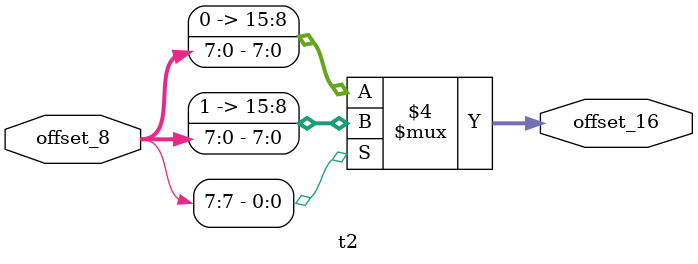
<source format=v>

module t2(
   input [7:0]       offset_8,
   output reg [15:0] offset_16
);
   
   
   always @(offset_8)
      if (offset_8[7] == 1'b1)
         offset_16 <= {8'b11111111, offset_8};
      else
         offset_16 <= {8'b00000000, offset_8};
   
endmodule

</source>
